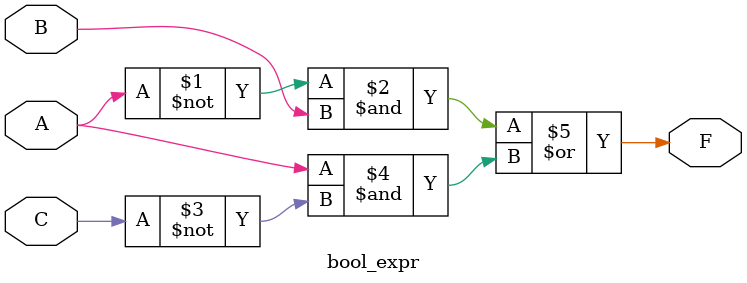
<source format=v>
`timescale 1ns / 1ps


module bool_expr(
    input  wire A,
    input  wire B,
    input  wire C,
    output wire F
);
    assign F = (~A & B) | (A & ~C);
endmodule





</source>
